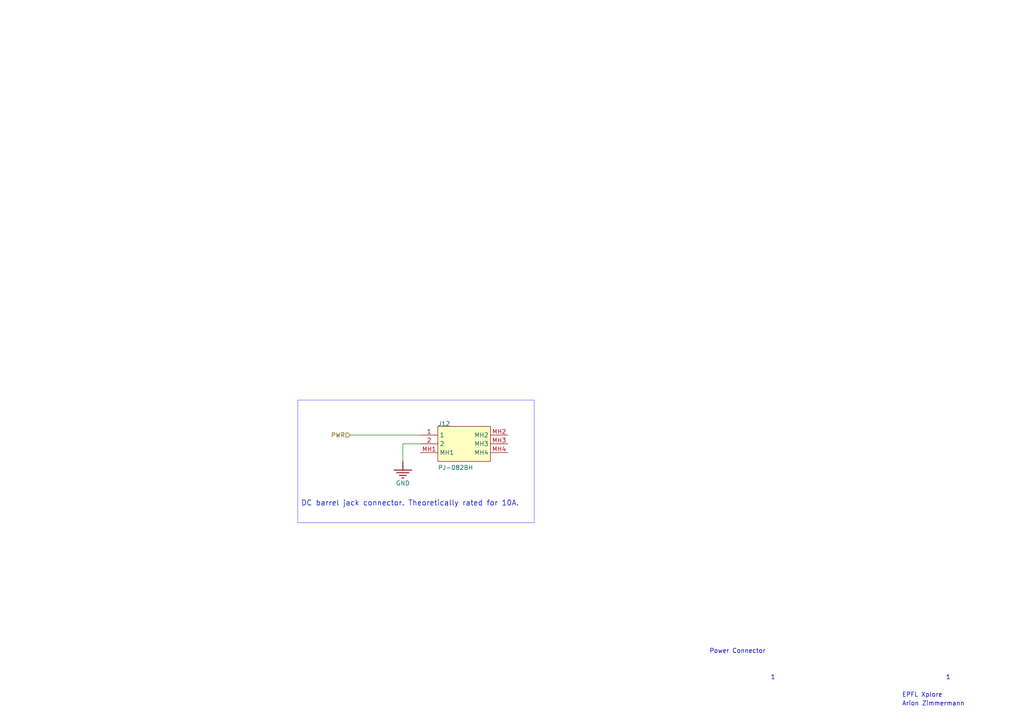
<source format=kicad_sch>
(kicad_sch (version 20250114) (generator "eeschema") (generator_version "9.0")
  (paper "A4")
  (lib_symbols
    (symbol "PolluxIII-altium-import:GND_POWER_GROUND" (power)
      (property "Value" "GND" (at 0 -6.35 0))
      (symbol "GND_POWER_GROUND_0_0"
        (polyline (pts (xy -2.54 -2.54) (xy 2.54 -2.54)) (stroke (width 0.254)))
        (polyline (pts (xy -1.778 -3.302) (xy 1.778 -3.302)) (stroke (width 0.254)))
        (polyline (pts (xy -1.016 -4.064) (xy 1.016 -4.064)) (stroke (width 0.254)))
        (polyline (pts (xy -0.254 -4.826) (xy 0.254 -4.826)) (stroke (width 0.254)))
        (polyline (pts (xy 0 0) (xy 0 -2.54)) (stroke (width 0.254)))
        (pin power_in line (at 0 0 0) (length 0) (hide yes) (name "GND") (number ""))
      )
    )
    (symbol "PolluxIII-altium-import:Repeat(PWR2B, 1, 2)_0_PJ-082BH_CarrierBoard.SCHLIB"
      (symbol "Repeat(PWR2B, 1, 2)_0_PJ-082BH_CarrierBoard.SCHLIB_1_0"
        (rectangle (start 20.32 2.54) (end 5.08 -7.62) (stroke (width 0) (color 128 0 0 1)) (fill (type background)))
        (pin passive line (at 0 0 0) (length 5.08) (name "1") (number "1"))
        (pin passive line (at 0 -2.54 0) (length 5.08) (name "2") (number "2"))
        (pin passive line (at 0 -5.08 0) (length 5.08) (name "MH1") (number "MH1"))
        (pin passive line (at 25.4 0 180) (length 5.08) (name "MH2") (number "MH2"))
        (pin passive line (at 25.4 -2.54 180) (length 5.08) (name "MH3") (number "MH3"))
        (pin passive line (at 25.4 -5.08 180) (length 5.08) (name "MH4") (number "MH4"))
      )
    )
  )
  (rectangle (start 154.94 116.0272) (end 86.36 151.5872) (stroke (width 0.0254) (color 0 0 255 1)))
  (text "1" (at 274.32 197.3072 0) (effects (font (size 1.27 1.27)) (justify left bottom)))
  (text "1" (at 223.52 197.3072 0) (effects (font (size 1.27 1.27)) (justify left bottom)))
  (text "EPFL Xplore" (at 261.62 202.3872 0) (effects (font (size 1.27 1.27)) (justify left bottom)))
  (text "Arion Zimmermann" (at 261.62 204.9272 0) (effects (font (size 1.27 1.27)) (justify left bottom)))
  (text "Power Connector" (at 205.74 189.6872 0) (effects (font (size 1.27 1.27)) (justify left bottom)))
  (text_box "DC barrel jack connector. Theoretically rated for 10A." (at 154.94 143.9672 0) (size -68.58 7.62) (margins 0.9525 0.9525 0.9525 0.9525) (stroke (width -0.0001) (color 0 0 0 1)) (effects (font (size 1.524 1.524)) (justify left top)))
  (wire (pts (xy 116.84 128.7272) (xy 116.84 133.8072)))
  (wire (pts (xy 121.92 128.7272) (xy 116.84 128.7272)))
  (wire (pts (xy 121.92 126.1872) (xy 101.6 126.1872)))
  (hierarchical_label "PWR" (shape input) (at 101.6 126.1872 180))
  (symbol (lib_id "PolluxIII-altium-import:Repeat(PWR2B, 1, 2)_0_PJ-082BH_CarrierBoard.SCHLIB") (at 121.92 126.1872 0) (unit 0)
    (property "Reference" "J12" (at 127 123.6472 0) (effects (justify left bottom)))
    (property "Value" "PJ-082BH" (at 127 136.3472 0) (effects (justify left bottom)))
    (property "Footprint" "CarrierBoard.PcbLib:PJ082BH" (effects (hide yes)))
    (property "Description" "Connector" (effects (hide yes)))
    (property "DATASHEET LINK" "https://www.mouser.co.uk/datasheet/2/670/pj_082bh-1779031.pdf" (effects (hide yes)))
    (property "HEIGHT" "10.2mm" (effects (hide yes)))
    (property "MANUFACTURER_NAME" "CUI Inc." (effects (hide yes)))
    (property "MANUFACTURER_PART_NUMBER" "PJ-082BH" (effects (hide yes)))
    (property "MOUSER PART NUMBER" "490-PJ-082BH" (effects (hide yes)))
    (property "MOUSER PRICE/STOCK" "https://www.mouser.co.uk/ProductDetail/CUI-Devices/PJ-082BH?qs=WyjlAZoYn52P2Lo8hPB1tg%3D%3D" (effects (hide yes)))
    (property "ARROW PART NUMBER" "PJ-082BH" (effects (hide yes)))
    (property "ARROW PRICE/STOCK" "https://www.arrow.com/en/products/pj-082bh/cui-devices?region=nac" (effects (hide yes)))
    (property "SUPPLIER 1" "Mouser" (effects (hide yes)))
    (property "SUPPLIER PART NUMBER 1" "490-PJ-082BH" (effects (hide yes)))
  )
  (symbol (lib_id "PolluxIII-altium-import:GND_POWER_GROUND") (at 116.84 133.8072 0) (unit 1)
    (property "Reference" "#PWR?" (effects (hide yes)))
    (property "Value" "GND" (at 116.84 140.1572 0))
  )
)
</source>
